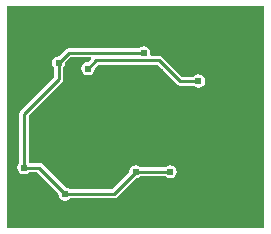
<source format=gbl>
G04*
G04 #@! TF.GenerationSoftware,Altium Limited,Altium Designer,21.0.9 (235)*
G04*
G04 Layer_Physical_Order=4*
G04 Layer_Color=16711680*
%FSLAX24Y24*%
%MOIN*%
G70*
G04*
G04 #@! TF.SameCoordinates,D243DFDE-7053-4CD6-BE67-62E9DDAC0FBE*
G04*
G04*
G04 #@! TF.FilePolarity,Positive*
G04*
G01*
G75*
%ADD10C,0.0098*%
%ADD39C,0.0240*%
G36*
X4690Y-3706D02*
X-3903D01*
Y3706D01*
X4690D01*
Y-3706D01*
D02*
G37*
%LPC*%
G36*
X659Y2370D02*
X574Y2353D01*
X501Y2304D01*
X497Y2298D01*
X-1841D01*
X-1899Y2286D01*
X-1948Y2253D01*
X-1948Y2253D01*
X-2168Y2034D01*
X-2175Y2035D01*
X-2261Y2018D01*
X-2334Y1970D01*
X-2382Y1897D01*
X-2400Y1811D01*
X-2382Y1725D01*
X-2334Y1652D01*
X-2327Y1648D01*
Y1333D01*
X-3434Y226D01*
X-3467Y176D01*
X-3479Y118D01*
Y-1520D01*
X-3485Y-1524D01*
X-3534Y-1597D01*
X-3551Y-1683D01*
X-3534Y-1769D01*
X-3485Y-1842D01*
X-3413Y-1890D01*
X-3327Y-1907D01*
X-3241Y-1890D01*
X-3168Y-1842D01*
X-3164Y-1835D01*
X-2878D01*
X-2178Y-2535D01*
X-2183Y-2559D01*
X-2166Y-2645D01*
X-2117Y-2718D01*
X-2044Y-2766D01*
X-1959Y-2783D01*
X-1873Y-2766D01*
X-1800Y-2718D01*
X-1789Y-2701D01*
X-325D01*
X-267Y-2690D01*
X-217Y-2657D01*
X396Y-2044D01*
X404Y-2045D01*
X489Y-2028D01*
X562Y-1979D01*
X566Y-1973D01*
X1382D01*
X1387Y-1979D01*
X1459Y-2028D01*
X1545Y-2045D01*
X1631Y-2028D01*
X1704Y-1979D01*
X1753Y-1907D01*
X1770Y-1821D01*
X1753Y-1735D01*
X1704Y-1662D01*
X1631Y-1614D01*
X1545Y-1597D01*
X1459Y-1614D01*
X1387Y-1662D01*
X1382Y-1669D01*
X566D01*
X562Y-1662D01*
X489Y-1614D01*
X404Y-1597D01*
X318Y-1614D01*
X245Y-1662D01*
X196Y-1735D01*
X179Y-1821D01*
X181Y-1829D01*
X-388Y-2397D01*
X-1805D01*
X-1873Y-2352D01*
X-1946Y-2337D01*
X-2707Y-1576D01*
X-2757Y-1543D01*
X-2815Y-1531D01*
X-3164D01*
X-3168Y-1524D01*
X-3175Y-1520D01*
Y55D01*
X-2068Y1162D01*
X-2068Y1162D01*
X-2035Y1211D01*
X-2023Y1270D01*
X-2023Y1270D01*
Y1648D01*
X-2017Y1652D01*
X-1968Y1725D01*
X-1951Y1811D01*
X-1952Y1819D01*
X-1778Y1994D01*
X-1097D01*
X-1078Y1947D01*
X-1183Y1842D01*
X-1191Y1843D01*
X-1277Y1826D01*
X-1350Y1778D01*
X-1398Y1705D01*
X-1415Y1619D01*
X-1398Y1533D01*
X-1350Y1460D01*
X-1277Y1412D01*
X-1191Y1395D01*
X-1105Y1412D01*
X-1032Y1460D01*
X-984Y1533D01*
X-967Y1619D01*
X-968Y1627D01*
X-847Y1748D01*
X1117D01*
X1772Y1093D01*
X1772Y1093D01*
X1821Y1060D01*
X1879Y1049D01*
X1879Y1049D01*
X2323D01*
X2327Y1042D01*
X2400Y994D01*
X2486Y976D01*
X2572Y994D01*
X2645Y1042D01*
X2693Y1115D01*
X2710Y1201D01*
X2693Y1287D01*
X2645Y1359D01*
X2572Y1408D01*
X2486Y1425D01*
X2400Y1408D01*
X2327Y1359D01*
X2323Y1353D01*
X1942D01*
X1288Y2008D01*
X1238Y2041D01*
X1180Y2052D01*
X916D01*
X875Y2102D01*
X884Y2146D01*
X867Y2232D01*
X818Y2304D01*
X745Y2353D01*
X659Y2370D01*
D02*
G37*
%LPD*%
D10*
X1879Y1201D02*
X2486D01*
X1180Y1900D02*
X1879Y1201D01*
X-3327Y-1683D02*
Y118D01*
X-2175Y1270D01*
Y1811D01*
X-1841Y2146D01*
X659D01*
X-3327Y-1683D02*
X-2815D01*
X-325Y-2549D02*
X404Y-1821D01*
X1545D01*
X-1949Y-2549D02*
X-325D01*
X-2815Y-1683D02*
X-1949Y-2549D01*
X-1191Y1619D02*
X-910Y1900D01*
X1180D01*
D39*
X3566Y-79D02*
D03*
X3566Y679D02*
D03*
X3570Y1590D02*
D03*
X4570D02*
D03*
X3570Y2590D02*
D03*
X4570D02*
D03*
X1570Y3590D02*
D03*
X4570D02*
D03*
X2570D02*
D03*
X4570Y-590D02*
D03*
X3490D02*
D03*
Y-1590D02*
D03*
X2472D02*
D03*
X4570D02*
D03*
Y-2590D02*
D03*
Y-3590D02*
D03*
X2910Y1050D02*
D03*
X4566Y679D02*
D03*
X4566Y-79D02*
D03*
X2569Y-39D02*
D03*
X2590Y700D02*
D03*
X2486Y1201D02*
D03*
X295Y2904D02*
D03*
X2700Y1550D02*
D03*
X2710Y2210D02*
D03*
X1390Y3020D02*
D03*
X757Y2953D02*
D03*
Y3590D02*
D03*
X3570D02*
D03*
X2825Y-797D02*
D03*
X1496Y-2234D02*
D03*
X2472Y-3590D02*
D03*
Y-2590D02*
D03*
X3490D02*
D03*
Y-3590D02*
D03*
X1208D02*
D03*
X260D02*
D03*
X148Y-2559D02*
D03*
X-1043Y-2864D02*
D03*
X-1516D02*
D03*
X-1020Y-3590D02*
D03*
X-2420D02*
D03*
X-2362Y-2559D02*
D03*
X-2953D02*
D03*
X-2960Y-3590D02*
D03*
X-3790Y-60D02*
D03*
X-2619Y394D02*
D03*
X-2835Y1033D02*
D03*
X-2913Y1467D02*
D03*
X-2559Y2362D02*
D03*
X-719Y3590D02*
D03*
X-1575D02*
D03*
X-2559D02*
D03*
X-3790D02*
D03*
Y2362D02*
D03*
Y984D02*
D03*
Y-2470D02*
D03*
Y-3590D02*
D03*
X-3327Y-1683D02*
D03*
X-3062Y-157D02*
D03*
X659Y2146D02*
D03*
X1201Y1496D02*
D03*
X-2175Y1811D02*
D03*
X-709Y1457D02*
D03*
X404Y-1821D02*
D03*
X1949Y1841D02*
D03*
X1545Y-1821D02*
D03*
X-1959Y-2559D02*
D03*
X404Y-2244D02*
D03*
X1211Y-2550D02*
D03*
X1417Y-1378D02*
D03*
X-3790Y-1330D02*
D03*
X-2992D02*
D03*
X-709Y709D02*
D03*
X-236D02*
D03*
X236D02*
D03*
X709D02*
D03*
X-709Y236D02*
D03*
X-236D02*
D03*
X236D02*
D03*
X709D02*
D03*
X-709Y-236D02*
D03*
X-236D02*
D03*
X236D02*
D03*
X709D02*
D03*
X-709Y-709D02*
D03*
X-236D02*
D03*
X236D02*
D03*
X709D02*
D03*
X-1191Y1619D02*
D03*
X-740Y2710D02*
D03*
M02*

</source>
